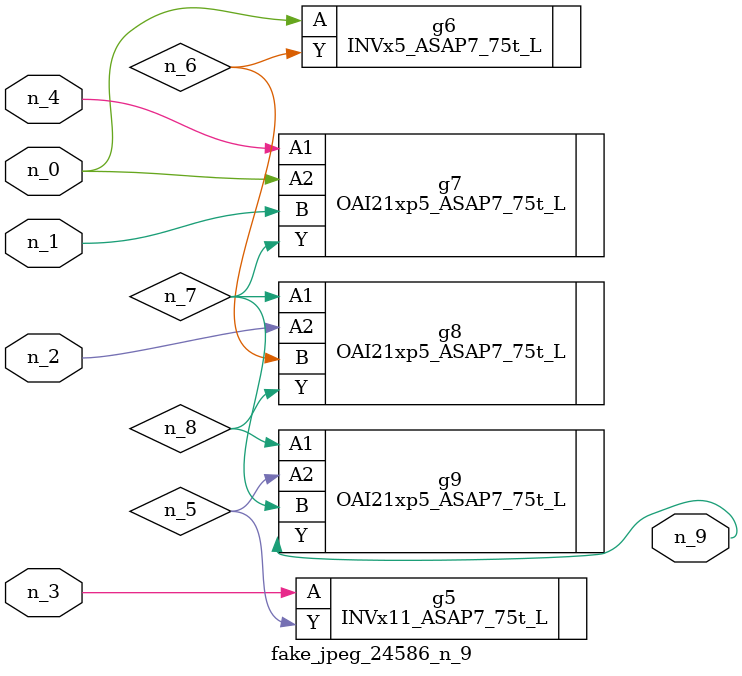
<source format=v>
module fake_jpeg_24586_n_9 (n_3, n_2, n_1, n_0, n_4, n_9);

input n_3;
input n_2;
input n_1;
input n_0;
input n_4;

output n_9;

wire n_8;
wire n_6;
wire n_5;
wire n_7;

INVx11_ASAP7_75t_L g5 ( 
.A(n_3),
.Y(n_5)
);

INVx5_ASAP7_75t_L g6 ( 
.A(n_0),
.Y(n_6)
);

OAI21xp5_ASAP7_75t_L g7 ( 
.A1(n_4),
.A2(n_0),
.B(n_1),
.Y(n_7)
);

OAI21xp5_ASAP7_75t_L g8 ( 
.A1(n_7),
.A2(n_2),
.B(n_6),
.Y(n_8)
);

OAI21xp5_ASAP7_75t_L g9 ( 
.A1(n_8),
.A2(n_5),
.B(n_7),
.Y(n_9)
);


endmodule
</source>
